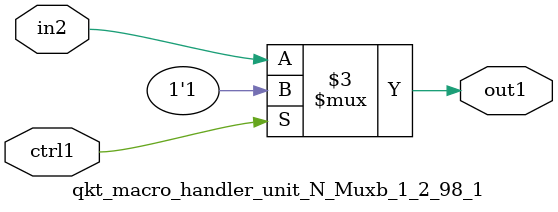
<source format=v>

`timescale 1ps / 1ps


module qkt_macro_handler_unit_N_Muxb_1_2_98_1( in2, ctrl1, out1 );

    input in2;
    input ctrl1;
    output out1;
    reg out1;

    
    // rtl_process:qkt_macro_handler_unit_N_Muxb_1_2_98_1/qkt_macro_handler_unit_N_Muxb_1_2_98_1_thread_1
    always @*
      begin : qkt_macro_handler_unit_N_Muxb_1_2_98_1_thread_1
        case (ctrl1) 
          1'b1: 
            begin
              out1 = 1'b1;
            end
          default: 
            begin
              out1 = in2;
            end
        endcase
      end

endmodule



</source>
